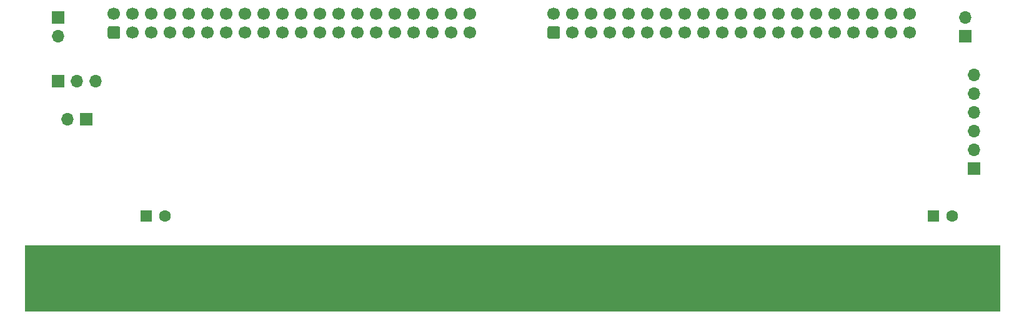
<source format=gbs>
G04 #@! TF.GenerationSoftware,KiCad,Pcbnew,6.0.11+dfsg-1~bpo11+1*
G04 #@! TF.CreationDate,2023-07-16T15:21:56+00:00*
G04 #@! TF.ProjectId,RIPPLE,52495050-4c45-42e6-9b69-6361645f7063,rev?*
G04 #@! TF.SameCoordinates,Original*
G04 #@! TF.FileFunction,Soldermask,Bot*
G04 #@! TF.FilePolarity,Negative*
%FSLAX46Y46*%
G04 Gerber Fmt 4.6, Leading zero omitted, Abs format (unit mm)*
G04 Created by KiCad (PCBNEW 6.0.11+dfsg-1~bpo11+1) date 2023-07-16 15:21:56*
%MOMM*%
%LPD*%
G01*
G04 APERTURE LIST*
%ADD10C,0.100000*%
%ADD11R,1.700000X1.700000*%
%ADD12O,1.700000X1.700000*%
%ADD13C,1.700000*%
%ADD14R,1.600000X1.600000*%
%ADD15C,1.600000*%
%ADD16R,1.524000X6.754000*%
G04 APERTURE END LIST*
G36*
X130670000Y-1133555D02*
G01*
X-1410000Y-1133555D01*
X-1410000Y7756445D01*
X130670000Y7756445D01*
X130670000Y-1133555D01*
G37*
D10*
X130670000Y-1133555D02*
X-1410000Y-1133555D01*
X-1410000Y7756445D01*
X130670000Y7756445D01*
X130670000Y-1133555D01*
D11*
X6936116Y24886545D03*
D12*
X4396116Y24886545D03*
D11*
X3126116Y30052946D03*
D12*
X5666116Y30052946D03*
X8206116Y30052946D03*
G36*
G01*
X11280972Y35785845D02*
X10080972Y35785845D01*
G75*
G02*
X9830972Y36035845I0J250000D01*
G01*
X9830972Y37235845D01*
G75*
G02*
X10080972Y37485845I250000J0D01*
G01*
X11280972Y37485845D01*
G75*
G02*
X11530972Y37235845I0J-250000D01*
G01*
X11530972Y36035845D01*
G75*
G02*
X11280972Y35785845I-250000J0D01*
G01*
G37*
D13*
X10680972Y39175845D03*
X13220972Y36635845D03*
X13220972Y39175845D03*
X15760972Y36635845D03*
X15760972Y39175845D03*
X18300972Y36635845D03*
X18300972Y39175845D03*
X20840972Y36635845D03*
X20840972Y39175845D03*
X23380972Y36635845D03*
X23380972Y39175845D03*
X25920972Y36635845D03*
X25920972Y39175845D03*
X28460972Y36635845D03*
X28460972Y39175845D03*
X31000972Y36635845D03*
X31000972Y39175845D03*
X33540972Y36635845D03*
X33540972Y39175845D03*
X36080972Y36635845D03*
X36080972Y39175845D03*
X38620972Y36635845D03*
X38620972Y39175845D03*
X41160972Y36635845D03*
X41160972Y39175845D03*
X43700972Y36635845D03*
X43700972Y39175845D03*
X46240972Y36635845D03*
X46240972Y39175845D03*
X48780972Y36635845D03*
X48780972Y39175845D03*
X51320972Y36635845D03*
X51320972Y39175845D03*
X53860972Y36635845D03*
X53860972Y39175845D03*
X56400972Y36635845D03*
X56400972Y39175845D03*
X58940972Y36635845D03*
X58940972Y39175845D03*
G36*
G01*
X70885800Y35785845D02*
X69685800Y35785845D01*
G75*
G02*
X69435800Y36035845I0J250000D01*
G01*
X69435800Y37235845D01*
G75*
G02*
X69685800Y37485845I250000J0D01*
G01*
X70885800Y37485845D01*
G75*
G02*
X71135800Y37235845I0J-250000D01*
G01*
X71135800Y36035845D01*
G75*
G02*
X70885800Y35785845I-250000J0D01*
G01*
G37*
X70285800Y39175845D03*
X72825800Y36635845D03*
X72825800Y39175845D03*
X75365800Y36635845D03*
X75365800Y39175845D03*
X77905800Y36635845D03*
X77905800Y39175845D03*
X80445800Y36635845D03*
X80445800Y39175845D03*
X82985800Y36635845D03*
X82985800Y39175845D03*
X85525800Y36635845D03*
X85525800Y39175845D03*
X88065800Y36635845D03*
X88065800Y39175845D03*
X90605800Y36635845D03*
X90605800Y39175845D03*
X93145800Y36635845D03*
X93145800Y39175845D03*
X95685800Y36635845D03*
X95685800Y39175845D03*
X98225800Y36635845D03*
X98225800Y39175845D03*
X100765800Y36635845D03*
X100765800Y39175845D03*
X103305800Y36635845D03*
X103305800Y39175845D03*
X105845800Y36635845D03*
X105845800Y39175845D03*
X108385800Y36635845D03*
X108385800Y39175845D03*
X110925800Y36635845D03*
X110925800Y39175845D03*
X113465800Y36635845D03*
X113465800Y39175845D03*
X116005800Y36635845D03*
X116005800Y39175845D03*
X118545800Y36635845D03*
X118545800Y39175845D03*
D14*
X121742888Y11770145D03*
D15*
X124242888Y11770145D03*
D14*
X15062888Y11770145D03*
D15*
X17562888Y11770145D03*
D11*
X3111116Y38688946D03*
D12*
X3111116Y36148946D03*
D11*
X127241572Y18221745D03*
D12*
X127241572Y20761745D03*
X127241572Y23301745D03*
X127241572Y25841745D03*
X127241572Y28381745D03*
X127241572Y30921745D03*
D16*
X126860000Y4319445D03*
X124320000Y4319445D03*
X121780000Y4319445D03*
X119240000Y4319445D03*
X116700000Y4319445D03*
X114160000Y4319445D03*
X111620000Y4319445D03*
X109080000Y4319445D03*
X106540000Y4319445D03*
X104000000Y4319445D03*
X101460000Y4319445D03*
X98920000Y4319445D03*
X96380000Y4319445D03*
X93840000Y4319445D03*
X91300000Y4319445D03*
X88760000Y4319445D03*
X86220000Y4319445D03*
X83680000Y4319445D03*
X81140000Y4319445D03*
X78600000Y4319445D03*
X76060000Y4319445D03*
X73520000Y4319445D03*
X70980000Y4319445D03*
X68440000Y4319445D03*
X65900000Y4319445D03*
X63360000Y4319445D03*
X60820000Y4319445D03*
X58280000Y4319445D03*
X55740000Y4319445D03*
X53200000Y4319445D03*
X50660000Y4319445D03*
X48120000Y4319445D03*
X45580000Y4319445D03*
X43040000Y4319445D03*
X40500000Y4319445D03*
X37960000Y4319445D03*
X35420000Y4319445D03*
X32880000Y4319445D03*
X30340000Y4319445D03*
X27800000Y4319445D03*
X25260000Y4319445D03*
X22720000Y4319445D03*
X20180000Y4319445D03*
X17640000Y4319445D03*
X15100000Y4319445D03*
X12560000Y4319445D03*
X10020000Y4319445D03*
X7480000Y4319445D03*
X4940000Y4319445D03*
X2400000Y4319445D03*
D11*
X126034800Y36148946D03*
D12*
X126034800Y38688946D03*
M02*

</source>
